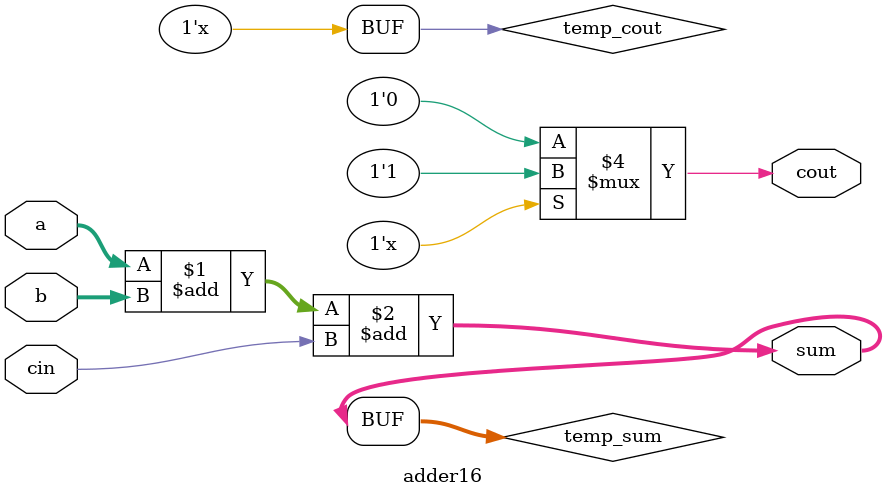
<source format=v>
module adder16(a, b, cin, sum, cout);
input [15:0] a;
input [15:0] b;
input cin;
output [15:0] sum;
output cout;

wire [15:0] temp_sum;
wire temp_cout;

assign temp_sum = a + b + cin;
assign sum = temp_sum[15:0];
assign temp_cout = temp_sum[16];

assign cout = (temp_cout == 1'b1) ? 1'b1 : 1'b0;

endmodule


</source>
